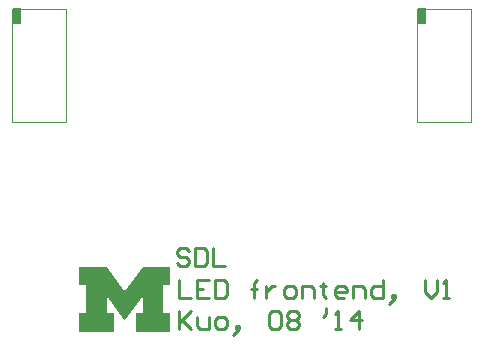
<source format=gto>
%FSLAX24Y24*%
%MOIN*%
G70*
G01*
G75*
G04 Layer_Color=65535*
%ADD10C,0.0150*%
%ADD11R,0.1000X0.0291*%
%ADD12R,0.8661X0.8661*%
%ADD13O,0.0669X0.1102*%
%ADD14C,0.1100*%
%ADD15C,0.0400*%
%ADD16C,0.0300*%
%ADD17R,0.1000X0.1000*%
%ADD18R,0.1500X0.1000*%
%ADD19R,0.0394X0.0591*%
%ADD20R,0.0551X0.0547*%
%ADD21R,0.1913X0.1323*%
%ADD22R,0.0354X0.0197*%
%ADD23R,0.0591X0.0394*%
%ADD24R,0.0236X0.0551*%
%ADD25R,0.0236X0.0709*%
%ADD26R,0.0236X0.0512*%
%ADD27R,0.0197X0.0354*%
%ADD28R,0.0157X0.0354*%
%ADD29R,0.0512X0.0236*%
%ADD30R,0.1299X0.0532*%
%ADD31O,0.1181X0.1969*%
%ADD32C,0.0039*%
%ADD33C,0.0100*%
%ADD34R,0.0315X0.0540*%
G36*
X-2385Y-7328D02*
X-2620D01*
Y-8258D01*
X-2385D01*
Y-8875D01*
X-3540D01*
Y-8258D01*
X-3305D01*
Y-7700D01*
X-3888Y-8503D01*
X-3927D01*
X-4500Y-7700D01*
Y-8258D01*
X-4265D01*
Y-8875D01*
X-5420D01*
Y-8258D01*
X-5195D01*
Y-7328D01*
X-5420D01*
Y-6711D01*
X-4505D01*
X-3917Y-7524D01*
X-3888D01*
X-3301Y-6711D01*
X-2385D01*
Y-7328D01*
D02*
G37*
D32*
X-7656Y-1890D02*
Y1890D01*
X-5844D01*
Y-1890D02*
Y1890D01*
X-7656Y-1890D02*
X-5844D01*
X5844D02*
Y1890D01*
X7656D01*
Y-1890D02*
Y1890D01*
X5844Y-1890D02*
X7656D01*
D33*
X-2100Y-7150D02*
Y-7750D01*
X-1700D01*
X-1100Y-7150D02*
X-1500D01*
Y-7750D01*
X-1100D01*
X-1500Y-7450D02*
X-1300D01*
X-900Y-7150D02*
Y-7750D01*
X-600D01*
X-501Y-7650D01*
Y-7250D01*
X-600Y-7150D01*
X-900D01*
X399Y-7750D02*
Y-7250D01*
Y-7450D01*
X299D01*
X499D01*
X399D01*
Y-7250D01*
X499Y-7150D01*
X799Y-7350D02*
Y-7750D01*
Y-7550D01*
X899Y-7450D01*
X999Y-7350D01*
X1099D01*
X1499Y-7750D02*
X1699D01*
X1799Y-7650D01*
Y-7450D01*
X1699Y-7350D01*
X1499D01*
X1399Y-7450D01*
Y-7650D01*
X1499Y-7750D01*
X1999D02*
Y-7350D01*
X2299D01*
X2399Y-7450D01*
Y-7750D01*
X2698Y-7250D02*
Y-7350D01*
X2598D01*
X2798D01*
X2698D01*
Y-7650D01*
X2798Y-7750D01*
X3398D02*
X3198D01*
X3098Y-7650D01*
Y-7450D01*
X3198Y-7350D01*
X3398D01*
X3498Y-7450D01*
Y-7550D01*
X3098D01*
X3698Y-7750D02*
Y-7350D01*
X3998D01*
X4098Y-7450D01*
Y-7750D01*
X4698Y-7150D02*
Y-7750D01*
X4398D01*
X4298Y-7650D01*
Y-7450D01*
X4398Y-7350D01*
X4698D01*
X4998Y-7850D02*
X5098Y-7750D01*
Y-7650D01*
X4998D01*
Y-7750D01*
X5098D01*
X4998Y-7850D01*
X4898Y-7950D01*
X6097Y-7150D02*
Y-7550D01*
X6297Y-7750D01*
X6497Y-7550D01*
Y-7150D01*
X6697Y-7750D02*
X6897D01*
X6797D01*
Y-7150D01*
X6697Y-7250D01*
X-2100Y-8200D02*
Y-8800D01*
Y-8600D01*
X-1700Y-8200D01*
X-2000Y-8500D01*
X-1700Y-8800D01*
X-1500Y-8400D02*
Y-8700D01*
X-1400Y-8800D01*
X-1100D01*
Y-8400D01*
X-800Y-8800D02*
X-600D01*
X-501Y-8700D01*
Y-8500D01*
X-600Y-8400D01*
X-800D01*
X-900Y-8500D01*
Y-8700D01*
X-800Y-8800D01*
X-201Y-8900D02*
X-101Y-8800D01*
Y-8700D01*
X-201D01*
Y-8800D01*
X-101D01*
X-201Y-8900D01*
X-301Y-9000D01*
X899Y-8300D02*
X999Y-8200D01*
X1199D01*
X1299Y-8300D01*
Y-8700D01*
X1199Y-8800D01*
X999D01*
X899Y-8700D01*
Y-8300D01*
X1499D02*
X1599Y-8200D01*
X1799D01*
X1899Y-8300D01*
Y-8400D01*
X1799Y-8500D01*
X1899Y-8600D01*
Y-8700D01*
X1799Y-8800D01*
X1599D01*
X1499Y-8700D01*
Y-8600D01*
X1599Y-8500D01*
X1499Y-8400D01*
Y-8300D01*
X1599Y-8500D02*
X1799D01*
X2798Y-8100D02*
Y-8300D01*
X2698Y-8400D01*
X3098Y-8800D02*
X3298D01*
X3198D01*
Y-8200D01*
X3098Y-8300D01*
X3898Y-8800D02*
Y-8200D01*
X3598Y-8500D01*
X3998D01*
X-1750Y-6200D02*
X-1850Y-6100D01*
X-2050D01*
X-2150Y-6200D01*
Y-6300D01*
X-2050Y-6400D01*
X-1850D01*
X-1750Y-6500D01*
Y-6600D01*
X-1850Y-6700D01*
X-2050D01*
X-2150Y-6600D01*
X-1550Y-6100D02*
Y-6700D01*
X-1250D01*
X-1150Y-6600D01*
Y-6200D01*
X-1250Y-6100D01*
X-1550D01*
X-950D02*
Y-6700D01*
X-551D01*
D34*
X-7508Y1630D02*
D03*
X5992D02*
D03*
M02*

</source>
